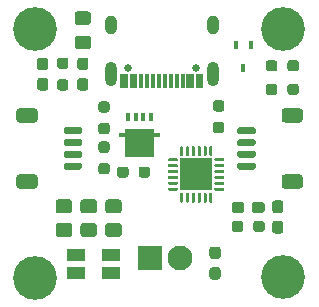
<source format=gbr>
%TF.GenerationSoftware,KiCad,Pcbnew,(5.1.7-0-10_14)*%
%TF.CreationDate,2020-10-21T07:28:03+08:00*%
%TF.ProjectId,STUSB4500_Breakout,53545553-4234-4353-9030-5f427265616b,rev?*%
%TF.SameCoordinates,Original*%
%TF.FileFunction,Soldermask,Top*%
%TF.FilePolarity,Negative*%
%FSLAX46Y46*%
G04 Gerber Fmt 4.6, Leading zero omitted, Abs format (unit mm)*
G04 Created by KiCad (PCBNEW (5.1.7-0-10_14)) date 2020-10-21 07:28:03*
%MOMM*%
%LPD*%
G01*
G04 APERTURE LIST*
%ADD10R,2.700000X2.700000*%
%ADD11O,1.000000X2.100000*%
%ADD12O,1.000000X1.600000*%
%ADD13C,0.650000*%
%ADD14R,0.300000X1.150000*%
%ADD15C,3.700000*%
%ADD16R,0.450000X0.700000*%
%ADD17R,1.500000X1.100000*%
%ADD18R,2.100000X2.100000*%
%ADD19C,2.100000*%
%ADD20C,0.100000*%
%ADD21R,0.400000X0.750000*%
G04 APERTURE END LIST*
%TO.C,R2*%
G36*
G01*
X113062500Y-42925000D02*
X113537500Y-42925000D01*
G75*
G02*
X113775000Y-43162500I0J-237500D01*
G01*
X113775000Y-43662500D01*
G75*
G02*
X113537500Y-43900000I-237500J0D01*
G01*
X113062500Y-43900000D01*
G75*
G02*
X112825000Y-43662500I0J237500D01*
G01*
X112825000Y-43162500D01*
G75*
G02*
X113062500Y-42925000I237500J0D01*
G01*
G37*
G36*
G01*
X113062500Y-41100000D02*
X113537500Y-41100000D01*
G75*
G02*
X113775000Y-41337500I0J-237500D01*
G01*
X113775000Y-41837500D01*
G75*
G02*
X113537500Y-42075000I-237500J0D01*
G01*
X113062500Y-42075000D01*
G75*
G02*
X112825000Y-41837500I0J237500D01*
G01*
X112825000Y-41337500D01*
G75*
G02*
X113062500Y-41100000I237500J0D01*
G01*
G37*
%TD*%
%TO.C,C1*%
G36*
G01*
X111837500Y-43900000D02*
X111362500Y-43900000D01*
G75*
G02*
X111125000Y-43662500I0J237500D01*
G01*
X111125000Y-43062500D01*
G75*
G02*
X111362500Y-42825000I237500J0D01*
G01*
X111837500Y-42825000D01*
G75*
G02*
X112075000Y-43062500I0J-237500D01*
G01*
X112075000Y-43662500D01*
G75*
G02*
X111837500Y-43900000I-237500J0D01*
G01*
G37*
G36*
G01*
X111837500Y-42175000D02*
X111362500Y-42175000D01*
G75*
G02*
X111125000Y-41937500I0J237500D01*
G01*
X111125000Y-41337500D01*
G75*
G02*
X111362500Y-41100000I237500J0D01*
G01*
X111837500Y-41100000D01*
G75*
G02*
X112075000Y-41337500I0J-237500D01*
G01*
X112075000Y-41937500D01*
G75*
G02*
X111837500Y-42175000I-237500J0D01*
G01*
G37*
%TD*%
%TO.C,R6*%
G36*
G01*
X131475000Y-41562500D02*
X131475000Y-42037500D01*
G75*
G02*
X131237500Y-42275000I-237500J0D01*
G01*
X130737500Y-42275000D01*
G75*
G02*
X130500000Y-42037500I0J237500D01*
G01*
X130500000Y-41562500D01*
G75*
G02*
X130737500Y-41325000I237500J0D01*
G01*
X131237500Y-41325000D01*
G75*
G02*
X131475000Y-41562500I0J-237500D01*
G01*
G37*
G36*
G01*
X133300000Y-41562500D02*
X133300000Y-42037500D01*
G75*
G02*
X133062500Y-42275000I-237500J0D01*
G01*
X132562500Y-42275000D01*
G75*
G02*
X132325000Y-42037500I0J237500D01*
G01*
X132325000Y-41562500D01*
G75*
G02*
X132562500Y-41325000I237500J0D01*
G01*
X133062500Y-41325000D01*
G75*
G02*
X133300000Y-41562500I0J-237500D01*
G01*
G37*
%TD*%
%TO.C,U1*%
G36*
G01*
X125787500Y-48625000D02*
X125912500Y-48625000D01*
G75*
G02*
X125975000Y-48687500I0J-62500D01*
G01*
X125975000Y-49387500D01*
G75*
G02*
X125912500Y-49450000I-62500J0D01*
G01*
X125787500Y-49450000D01*
G75*
G02*
X125725000Y-49387500I0J62500D01*
G01*
X125725000Y-48687500D01*
G75*
G02*
X125787500Y-48625000I62500J0D01*
G01*
G37*
G36*
G01*
X125287500Y-48625000D02*
X125412500Y-48625000D01*
G75*
G02*
X125475000Y-48687500I0J-62500D01*
G01*
X125475000Y-49387500D01*
G75*
G02*
X125412500Y-49450000I-62500J0D01*
G01*
X125287500Y-49450000D01*
G75*
G02*
X125225000Y-49387500I0J62500D01*
G01*
X125225000Y-48687500D01*
G75*
G02*
X125287500Y-48625000I62500J0D01*
G01*
G37*
G36*
G01*
X124787500Y-48625000D02*
X124912500Y-48625000D01*
G75*
G02*
X124975000Y-48687500I0J-62500D01*
G01*
X124975000Y-49387500D01*
G75*
G02*
X124912500Y-49450000I-62500J0D01*
G01*
X124787500Y-49450000D01*
G75*
G02*
X124725000Y-49387500I0J62500D01*
G01*
X124725000Y-48687500D01*
G75*
G02*
X124787500Y-48625000I62500J0D01*
G01*
G37*
G36*
G01*
X124287500Y-48625000D02*
X124412500Y-48625000D01*
G75*
G02*
X124475000Y-48687500I0J-62500D01*
G01*
X124475000Y-49387500D01*
G75*
G02*
X124412500Y-49450000I-62500J0D01*
G01*
X124287500Y-49450000D01*
G75*
G02*
X124225000Y-49387500I0J62500D01*
G01*
X124225000Y-48687500D01*
G75*
G02*
X124287500Y-48625000I62500J0D01*
G01*
G37*
G36*
G01*
X123787500Y-48625000D02*
X123912500Y-48625000D01*
G75*
G02*
X123975000Y-48687500I0J-62500D01*
G01*
X123975000Y-49387500D01*
G75*
G02*
X123912500Y-49450000I-62500J0D01*
G01*
X123787500Y-49450000D01*
G75*
G02*
X123725000Y-49387500I0J62500D01*
G01*
X123725000Y-48687500D01*
G75*
G02*
X123787500Y-48625000I62500J0D01*
G01*
G37*
G36*
G01*
X123287500Y-48625000D02*
X123412500Y-48625000D01*
G75*
G02*
X123475000Y-48687500I0J-62500D01*
G01*
X123475000Y-49387500D01*
G75*
G02*
X123412500Y-49450000I-62500J0D01*
G01*
X123287500Y-49450000D01*
G75*
G02*
X123225000Y-49387500I0J62500D01*
G01*
X123225000Y-48687500D01*
G75*
G02*
X123287500Y-48625000I62500J0D01*
G01*
G37*
G36*
G01*
X122287500Y-49625000D02*
X122987500Y-49625000D01*
G75*
G02*
X123050000Y-49687500I0J-62500D01*
G01*
X123050000Y-49812500D01*
G75*
G02*
X122987500Y-49875000I-62500J0D01*
G01*
X122287500Y-49875000D01*
G75*
G02*
X122225000Y-49812500I0J62500D01*
G01*
X122225000Y-49687500D01*
G75*
G02*
X122287500Y-49625000I62500J0D01*
G01*
G37*
G36*
G01*
X122287500Y-50125000D02*
X122987500Y-50125000D01*
G75*
G02*
X123050000Y-50187500I0J-62500D01*
G01*
X123050000Y-50312500D01*
G75*
G02*
X122987500Y-50375000I-62500J0D01*
G01*
X122287500Y-50375000D01*
G75*
G02*
X122225000Y-50312500I0J62500D01*
G01*
X122225000Y-50187500D01*
G75*
G02*
X122287500Y-50125000I62500J0D01*
G01*
G37*
G36*
G01*
X122287500Y-50625000D02*
X122987500Y-50625000D01*
G75*
G02*
X123050000Y-50687500I0J-62500D01*
G01*
X123050000Y-50812500D01*
G75*
G02*
X122987500Y-50875000I-62500J0D01*
G01*
X122287500Y-50875000D01*
G75*
G02*
X122225000Y-50812500I0J62500D01*
G01*
X122225000Y-50687500D01*
G75*
G02*
X122287500Y-50625000I62500J0D01*
G01*
G37*
G36*
G01*
X122287500Y-51125000D02*
X122987500Y-51125000D01*
G75*
G02*
X123050000Y-51187500I0J-62500D01*
G01*
X123050000Y-51312500D01*
G75*
G02*
X122987500Y-51375000I-62500J0D01*
G01*
X122287500Y-51375000D01*
G75*
G02*
X122225000Y-51312500I0J62500D01*
G01*
X122225000Y-51187500D01*
G75*
G02*
X122287500Y-51125000I62500J0D01*
G01*
G37*
G36*
G01*
X122287500Y-51625000D02*
X122987500Y-51625000D01*
G75*
G02*
X123050000Y-51687500I0J-62500D01*
G01*
X123050000Y-51812500D01*
G75*
G02*
X122987500Y-51875000I-62500J0D01*
G01*
X122287500Y-51875000D01*
G75*
G02*
X122225000Y-51812500I0J62500D01*
G01*
X122225000Y-51687500D01*
G75*
G02*
X122287500Y-51625000I62500J0D01*
G01*
G37*
G36*
G01*
X122287500Y-52125000D02*
X122987500Y-52125000D01*
G75*
G02*
X123050000Y-52187500I0J-62500D01*
G01*
X123050000Y-52312500D01*
G75*
G02*
X122987500Y-52375000I-62500J0D01*
G01*
X122287500Y-52375000D01*
G75*
G02*
X122225000Y-52312500I0J62500D01*
G01*
X122225000Y-52187500D01*
G75*
G02*
X122287500Y-52125000I62500J0D01*
G01*
G37*
G36*
G01*
X123287500Y-52550000D02*
X123412500Y-52550000D01*
G75*
G02*
X123475000Y-52612500I0J-62500D01*
G01*
X123475000Y-53312500D01*
G75*
G02*
X123412500Y-53375000I-62500J0D01*
G01*
X123287500Y-53375000D01*
G75*
G02*
X123225000Y-53312500I0J62500D01*
G01*
X123225000Y-52612500D01*
G75*
G02*
X123287500Y-52550000I62500J0D01*
G01*
G37*
G36*
G01*
X123787500Y-52550000D02*
X123912500Y-52550000D01*
G75*
G02*
X123975000Y-52612500I0J-62500D01*
G01*
X123975000Y-53312500D01*
G75*
G02*
X123912500Y-53375000I-62500J0D01*
G01*
X123787500Y-53375000D01*
G75*
G02*
X123725000Y-53312500I0J62500D01*
G01*
X123725000Y-52612500D01*
G75*
G02*
X123787500Y-52550000I62500J0D01*
G01*
G37*
G36*
G01*
X124287500Y-52550000D02*
X124412500Y-52550000D01*
G75*
G02*
X124475000Y-52612500I0J-62500D01*
G01*
X124475000Y-53312500D01*
G75*
G02*
X124412500Y-53375000I-62500J0D01*
G01*
X124287500Y-53375000D01*
G75*
G02*
X124225000Y-53312500I0J62500D01*
G01*
X124225000Y-52612500D01*
G75*
G02*
X124287500Y-52550000I62500J0D01*
G01*
G37*
G36*
G01*
X124787500Y-52550000D02*
X124912500Y-52550000D01*
G75*
G02*
X124975000Y-52612500I0J-62500D01*
G01*
X124975000Y-53312500D01*
G75*
G02*
X124912500Y-53375000I-62500J0D01*
G01*
X124787500Y-53375000D01*
G75*
G02*
X124725000Y-53312500I0J62500D01*
G01*
X124725000Y-52612500D01*
G75*
G02*
X124787500Y-52550000I62500J0D01*
G01*
G37*
G36*
G01*
X125287500Y-52550000D02*
X125412500Y-52550000D01*
G75*
G02*
X125475000Y-52612500I0J-62500D01*
G01*
X125475000Y-53312500D01*
G75*
G02*
X125412500Y-53375000I-62500J0D01*
G01*
X125287500Y-53375000D01*
G75*
G02*
X125225000Y-53312500I0J62500D01*
G01*
X125225000Y-52612500D01*
G75*
G02*
X125287500Y-52550000I62500J0D01*
G01*
G37*
G36*
G01*
X125787500Y-52550000D02*
X125912500Y-52550000D01*
G75*
G02*
X125975000Y-52612500I0J-62500D01*
G01*
X125975000Y-53312500D01*
G75*
G02*
X125912500Y-53375000I-62500J0D01*
G01*
X125787500Y-53375000D01*
G75*
G02*
X125725000Y-53312500I0J62500D01*
G01*
X125725000Y-52612500D01*
G75*
G02*
X125787500Y-52550000I62500J0D01*
G01*
G37*
G36*
G01*
X126212500Y-52125000D02*
X126912500Y-52125000D01*
G75*
G02*
X126975000Y-52187500I0J-62500D01*
G01*
X126975000Y-52312500D01*
G75*
G02*
X126912500Y-52375000I-62500J0D01*
G01*
X126212500Y-52375000D01*
G75*
G02*
X126150000Y-52312500I0J62500D01*
G01*
X126150000Y-52187500D01*
G75*
G02*
X126212500Y-52125000I62500J0D01*
G01*
G37*
G36*
G01*
X126212500Y-51625000D02*
X126912500Y-51625000D01*
G75*
G02*
X126975000Y-51687500I0J-62500D01*
G01*
X126975000Y-51812500D01*
G75*
G02*
X126912500Y-51875000I-62500J0D01*
G01*
X126212500Y-51875000D01*
G75*
G02*
X126150000Y-51812500I0J62500D01*
G01*
X126150000Y-51687500D01*
G75*
G02*
X126212500Y-51625000I62500J0D01*
G01*
G37*
G36*
G01*
X126212500Y-51125000D02*
X126912500Y-51125000D01*
G75*
G02*
X126975000Y-51187500I0J-62500D01*
G01*
X126975000Y-51312500D01*
G75*
G02*
X126912500Y-51375000I-62500J0D01*
G01*
X126212500Y-51375000D01*
G75*
G02*
X126150000Y-51312500I0J62500D01*
G01*
X126150000Y-51187500D01*
G75*
G02*
X126212500Y-51125000I62500J0D01*
G01*
G37*
G36*
G01*
X126212500Y-50625000D02*
X126912500Y-50625000D01*
G75*
G02*
X126975000Y-50687500I0J-62500D01*
G01*
X126975000Y-50812500D01*
G75*
G02*
X126912500Y-50875000I-62500J0D01*
G01*
X126212500Y-50875000D01*
G75*
G02*
X126150000Y-50812500I0J62500D01*
G01*
X126150000Y-50687500D01*
G75*
G02*
X126212500Y-50625000I62500J0D01*
G01*
G37*
G36*
G01*
X126212500Y-50125000D02*
X126912500Y-50125000D01*
G75*
G02*
X126975000Y-50187500I0J-62500D01*
G01*
X126975000Y-50312500D01*
G75*
G02*
X126912500Y-50375000I-62500J0D01*
G01*
X126212500Y-50375000D01*
G75*
G02*
X126150000Y-50312500I0J62500D01*
G01*
X126150000Y-50187500D01*
G75*
G02*
X126212500Y-50125000I62500J0D01*
G01*
G37*
G36*
G01*
X126212500Y-49625000D02*
X126912500Y-49625000D01*
G75*
G02*
X126975000Y-49687500I0J-62500D01*
G01*
X126975000Y-49812500D01*
G75*
G02*
X126912500Y-49875000I-62500J0D01*
G01*
X126212500Y-49875000D01*
G75*
G02*
X126150000Y-49812500I0J62500D01*
G01*
X126150000Y-49687500D01*
G75*
G02*
X126212500Y-49625000I62500J0D01*
G01*
G37*
D10*
X124600000Y-51000000D03*
%TD*%
D11*
%TO.C,J1*%
X126020000Y-42505000D03*
X117380000Y-42505000D03*
D12*
X126020000Y-38325000D03*
X117380000Y-38325000D03*
D13*
X118810000Y-42005000D03*
X124590000Y-42005000D03*
D14*
X118650000Y-43070000D03*
X119450000Y-43070000D03*
X119950000Y-43070000D03*
X120450000Y-43070000D03*
X120950000Y-43070000D03*
X121450000Y-43070000D03*
X121950000Y-43070000D03*
X122450000Y-43070000D03*
X122950000Y-43070000D03*
X123450000Y-43070000D03*
X124250000Y-43070000D03*
X125050000Y-43070000D03*
X124750000Y-43070000D03*
X123950000Y-43070000D03*
X119150000Y-43070000D03*
X118350000Y-43070000D03*
%TD*%
D15*
%TO.C,H4*%
X131960000Y-59700000D03*
%TD*%
%TO.C,H3*%
X110960000Y-59750000D03*
%TD*%
%TO.C,H2*%
X131960000Y-38700000D03*
%TD*%
%TO.C,H1*%
X110950000Y-38650000D03*
%TD*%
D16*
%TO.C,D1*%
X128600000Y-42000000D03*
X127950000Y-40000000D03*
X129250000Y-40000000D03*
%TD*%
%TO.C,C2*%
G36*
G01*
X127600000Y-54037500D02*
X127600000Y-53562500D01*
G75*
G02*
X127837500Y-53325000I237500J0D01*
G01*
X128437500Y-53325000D01*
G75*
G02*
X128675000Y-53562500I0J-237500D01*
G01*
X128675000Y-54037500D01*
G75*
G02*
X128437500Y-54275000I-237500J0D01*
G01*
X127837500Y-54275000D01*
G75*
G02*
X127600000Y-54037500I0J237500D01*
G01*
G37*
G36*
G01*
X129325000Y-54037500D02*
X129325000Y-53562500D01*
G75*
G02*
X129562500Y-53325000I237500J0D01*
G01*
X130162500Y-53325000D01*
G75*
G02*
X130400000Y-53562500I0J-237500D01*
G01*
X130400000Y-54037500D01*
G75*
G02*
X130162500Y-54275000I-237500J0D01*
G01*
X129562500Y-54275000D01*
G75*
G02*
X129325000Y-54037500I0J237500D01*
G01*
G37*
%TD*%
%TO.C,C3*%
G36*
G01*
X131737500Y-54275000D02*
X131262500Y-54275000D01*
G75*
G02*
X131025000Y-54037500I0J237500D01*
G01*
X131025000Y-53437500D01*
G75*
G02*
X131262500Y-53200000I237500J0D01*
G01*
X131737500Y-53200000D01*
G75*
G02*
X131975000Y-53437500I0J-237500D01*
G01*
X131975000Y-54037500D01*
G75*
G02*
X131737500Y-54275000I-237500J0D01*
G01*
G37*
G36*
G01*
X131737500Y-56000000D02*
X131262500Y-56000000D01*
G75*
G02*
X131025000Y-55762500I0J237500D01*
G01*
X131025000Y-55162500D01*
G75*
G02*
X131262500Y-54925000I237500J0D01*
G01*
X131737500Y-54925000D01*
G75*
G02*
X131975000Y-55162500I0J-237500D01*
G01*
X131975000Y-55762500D01*
G75*
G02*
X131737500Y-56000000I-237500J0D01*
G01*
G37*
%TD*%
%TO.C,C4*%
G36*
G01*
X115450001Y-40400000D02*
X114549999Y-40400000D01*
G75*
G02*
X114300000Y-40150001I0J249999D01*
G01*
X114300000Y-39499999D01*
G75*
G02*
X114549999Y-39250000I249999J0D01*
G01*
X115450001Y-39250000D01*
G75*
G02*
X115700000Y-39499999I0J-249999D01*
G01*
X115700000Y-40150001D01*
G75*
G02*
X115450001Y-40400000I-249999J0D01*
G01*
G37*
G36*
G01*
X115450001Y-38350000D02*
X114549999Y-38350000D01*
G75*
G02*
X114300000Y-38100001I0J249999D01*
G01*
X114300000Y-37449999D01*
G75*
G02*
X114549999Y-37200000I249999J0D01*
G01*
X115450001Y-37200000D01*
G75*
G02*
X115700000Y-37449999I0J-249999D01*
G01*
X115700000Y-38100001D01*
G75*
G02*
X115450001Y-38350000I-249999J0D01*
G01*
G37*
%TD*%
%TO.C,D3*%
G36*
G01*
X114762500Y-42850000D02*
X115237500Y-42850000D01*
G75*
G02*
X115475000Y-43087500I0J-237500D01*
G01*
X115475000Y-43662500D01*
G75*
G02*
X115237500Y-43900000I-237500J0D01*
G01*
X114762500Y-43900000D01*
G75*
G02*
X114525000Y-43662500I0J237500D01*
G01*
X114525000Y-43087500D01*
G75*
G02*
X114762500Y-42850000I237500J0D01*
G01*
G37*
G36*
G01*
X114762500Y-41100000D02*
X115237500Y-41100000D01*
G75*
G02*
X115475000Y-41337500I0J-237500D01*
G01*
X115475000Y-41912500D01*
G75*
G02*
X115237500Y-42150000I-237500J0D01*
G01*
X114762500Y-42150000D01*
G75*
G02*
X114525000Y-41912500I0J237500D01*
G01*
X114525000Y-41337500D01*
G75*
G02*
X114762500Y-41100000I237500J0D01*
G01*
G37*
%TD*%
%TO.C,D4*%
G36*
G01*
X126437500Y-59900000D02*
X125962500Y-59900000D01*
G75*
G02*
X125725000Y-59662500I0J237500D01*
G01*
X125725000Y-59087500D01*
G75*
G02*
X125962500Y-58850000I237500J0D01*
G01*
X126437500Y-58850000D01*
G75*
G02*
X126675000Y-59087500I0J-237500D01*
G01*
X126675000Y-59662500D01*
G75*
G02*
X126437500Y-59900000I-237500J0D01*
G01*
G37*
G36*
G01*
X126437500Y-58150000D02*
X125962500Y-58150000D01*
G75*
G02*
X125725000Y-57912500I0J237500D01*
G01*
X125725000Y-57337500D01*
G75*
G02*
X125962500Y-57100000I237500J0D01*
G01*
X126437500Y-57100000D01*
G75*
G02*
X126675000Y-57337500I0J-237500D01*
G01*
X126675000Y-57912500D01*
G75*
G02*
X126437500Y-58150000I-237500J0D01*
G01*
G37*
%TD*%
D17*
%TO.C,D5*%
X117400000Y-59350000D03*
X114400000Y-59350000D03*
X114400000Y-57850000D03*
X117400000Y-57850000D03*
%TD*%
%TO.C,J2*%
G36*
G01*
X113535000Y-47000000D02*
X114785000Y-47000000D01*
G75*
G02*
X114935000Y-47150000I0J-150000D01*
G01*
X114935000Y-47450000D01*
G75*
G02*
X114785000Y-47600000I-150000J0D01*
G01*
X113535000Y-47600000D01*
G75*
G02*
X113385000Y-47450000I0J150000D01*
G01*
X113385000Y-47150000D01*
G75*
G02*
X113535000Y-47000000I150000J0D01*
G01*
G37*
G36*
G01*
X113535000Y-48000000D02*
X114785000Y-48000000D01*
G75*
G02*
X114935000Y-48150000I0J-150000D01*
G01*
X114935000Y-48450000D01*
G75*
G02*
X114785000Y-48600000I-150000J0D01*
G01*
X113535000Y-48600000D01*
G75*
G02*
X113385000Y-48450000I0J150000D01*
G01*
X113385000Y-48150000D01*
G75*
G02*
X113535000Y-48000000I150000J0D01*
G01*
G37*
G36*
G01*
X113535000Y-49000000D02*
X114785000Y-49000000D01*
G75*
G02*
X114935000Y-49150000I0J-150000D01*
G01*
X114935000Y-49450000D01*
G75*
G02*
X114785000Y-49600000I-150000J0D01*
G01*
X113535000Y-49600000D01*
G75*
G02*
X113385000Y-49450000I0J150000D01*
G01*
X113385000Y-49150000D01*
G75*
G02*
X113535000Y-49000000I150000J0D01*
G01*
G37*
G36*
G01*
X113535000Y-50000000D02*
X114785000Y-50000000D01*
G75*
G02*
X114935000Y-50150000I0J-150000D01*
G01*
X114935000Y-50450000D01*
G75*
G02*
X114785000Y-50600000I-150000J0D01*
G01*
X113535000Y-50600000D01*
G75*
G02*
X113385000Y-50450000I0J150000D01*
G01*
X113385000Y-50150000D01*
G75*
G02*
X113535000Y-50000000I150000J0D01*
G01*
G37*
G36*
G01*
X109634999Y-45400000D02*
X110935001Y-45400000D01*
G75*
G02*
X111185000Y-45649999I0J-249999D01*
G01*
X111185000Y-46350001D01*
G75*
G02*
X110935001Y-46600000I-249999J0D01*
G01*
X109634999Y-46600000D01*
G75*
G02*
X109385000Y-46350001I0J249999D01*
G01*
X109385000Y-45649999D01*
G75*
G02*
X109634999Y-45400000I249999J0D01*
G01*
G37*
G36*
G01*
X109634999Y-51000000D02*
X110935001Y-51000000D01*
G75*
G02*
X111185000Y-51249999I0J-249999D01*
G01*
X111185000Y-51950001D01*
G75*
G02*
X110935001Y-52200000I-249999J0D01*
G01*
X109634999Y-52200000D01*
G75*
G02*
X109385000Y-51950001I0J249999D01*
G01*
X109385000Y-51249999D01*
G75*
G02*
X109634999Y-51000000I249999J0D01*
G01*
G37*
%TD*%
%TO.C,J3*%
G36*
G01*
X133385001Y-46600000D02*
X132084999Y-46600000D01*
G75*
G02*
X131835000Y-46350001I0J249999D01*
G01*
X131835000Y-45649999D01*
G75*
G02*
X132084999Y-45400000I249999J0D01*
G01*
X133385001Y-45400000D01*
G75*
G02*
X133635000Y-45649999I0J-249999D01*
G01*
X133635000Y-46350001D01*
G75*
G02*
X133385001Y-46600000I-249999J0D01*
G01*
G37*
G36*
G01*
X133385001Y-52200000D02*
X132084999Y-52200000D01*
G75*
G02*
X131835000Y-51950001I0J249999D01*
G01*
X131835000Y-51249999D01*
G75*
G02*
X132084999Y-51000000I249999J0D01*
G01*
X133385001Y-51000000D01*
G75*
G02*
X133635000Y-51249999I0J-249999D01*
G01*
X133635000Y-51950001D01*
G75*
G02*
X133385001Y-52200000I-249999J0D01*
G01*
G37*
G36*
G01*
X129485000Y-47600000D02*
X128235000Y-47600000D01*
G75*
G02*
X128085000Y-47450000I0J150000D01*
G01*
X128085000Y-47150000D01*
G75*
G02*
X128235000Y-47000000I150000J0D01*
G01*
X129485000Y-47000000D01*
G75*
G02*
X129635000Y-47150000I0J-150000D01*
G01*
X129635000Y-47450000D01*
G75*
G02*
X129485000Y-47600000I-150000J0D01*
G01*
G37*
G36*
G01*
X129485000Y-48600000D02*
X128235000Y-48600000D01*
G75*
G02*
X128085000Y-48450000I0J150000D01*
G01*
X128085000Y-48150000D01*
G75*
G02*
X128235000Y-48000000I150000J0D01*
G01*
X129485000Y-48000000D01*
G75*
G02*
X129635000Y-48150000I0J-150000D01*
G01*
X129635000Y-48450000D01*
G75*
G02*
X129485000Y-48600000I-150000J0D01*
G01*
G37*
G36*
G01*
X129485000Y-49600000D02*
X128235000Y-49600000D01*
G75*
G02*
X128085000Y-49450000I0J150000D01*
G01*
X128085000Y-49150000D01*
G75*
G02*
X128235000Y-49000000I150000J0D01*
G01*
X129485000Y-49000000D01*
G75*
G02*
X129635000Y-49150000I0J-150000D01*
G01*
X129635000Y-49450000D01*
G75*
G02*
X129485000Y-49600000I-150000J0D01*
G01*
G37*
G36*
G01*
X129485000Y-50600000D02*
X128235000Y-50600000D01*
G75*
G02*
X128085000Y-50450000I0J150000D01*
G01*
X128085000Y-50150000D01*
G75*
G02*
X128235000Y-50000000I150000J0D01*
G01*
X129485000Y-50000000D01*
G75*
G02*
X129635000Y-50150000I0J-150000D01*
G01*
X129635000Y-50450000D01*
G75*
G02*
X129485000Y-50600000I-150000J0D01*
G01*
G37*
%TD*%
D18*
%TO.C,J4*%
X120660000Y-58100000D03*
D19*
X123200000Y-58100000D03*
%TD*%
D20*
%TO.C,Q1*%
G36*
X118575000Y-47850000D02*
G01*
X118045000Y-47850000D01*
X118045000Y-47450000D01*
X118575000Y-47450000D01*
X118575000Y-47150000D01*
X121025000Y-47150000D01*
X121025000Y-47450000D01*
X121555000Y-47450000D01*
X121555000Y-47850000D01*
X121025000Y-47850000D01*
X121025000Y-49550000D01*
X118575000Y-49550000D01*
X118575000Y-47850000D01*
G37*
D21*
X118825000Y-46125000D03*
X119475000Y-46125000D03*
X120125000Y-46125000D03*
X120775000Y-46125000D03*
%TD*%
%TO.C,R1*%
G36*
G01*
X116562500Y-46625000D02*
X117037500Y-46625000D01*
G75*
G02*
X117275000Y-46862500I0J-237500D01*
G01*
X117275000Y-47362500D01*
G75*
G02*
X117037500Y-47600000I-237500J0D01*
G01*
X116562500Y-47600000D01*
G75*
G02*
X116325000Y-47362500I0J237500D01*
G01*
X116325000Y-46862500D01*
G75*
G02*
X116562500Y-46625000I237500J0D01*
G01*
G37*
G36*
G01*
X116562500Y-44800000D02*
X117037500Y-44800000D01*
G75*
G02*
X117275000Y-45037500I0J-237500D01*
G01*
X117275000Y-45537500D01*
G75*
G02*
X117037500Y-45775000I-237500J0D01*
G01*
X116562500Y-45775000D01*
G75*
G02*
X116325000Y-45537500I0J237500D01*
G01*
X116325000Y-45037500D01*
G75*
G02*
X116562500Y-44800000I237500J0D01*
G01*
G37*
%TD*%
%TO.C,R3*%
G36*
G01*
X116562500Y-48200000D02*
X117037500Y-48200000D01*
G75*
G02*
X117275000Y-48437500I0J-237500D01*
G01*
X117275000Y-48937500D01*
G75*
G02*
X117037500Y-49175000I-237500J0D01*
G01*
X116562500Y-49175000D01*
G75*
G02*
X116325000Y-48937500I0J237500D01*
G01*
X116325000Y-48437500D01*
G75*
G02*
X116562500Y-48200000I237500J0D01*
G01*
G37*
G36*
G01*
X116562500Y-50025000D02*
X117037500Y-50025000D01*
G75*
G02*
X117275000Y-50262500I0J-237500D01*
G01*
X117275000Y-50762500D01*
G75*
G02*
X117037500Y-51000000I-237500J0D01*
G01*
X116562500Y-51000000D01*
G75*
G02*
X116325000Y-50762500I0J237500D01*
G01*
X116325000Y-50262500D01*
G75*
G02*
X116562500Y-50025000I237500J0D01*
G01*
G37*
%TD*%
%TO.C,R4*%
G36*
G01*
X117900000Y-51037500D02*
X117900000Y-50562500D01*
G75*
G02*
X118137500Y-50325000I237500J0D01*
G01*
X118637500Y-50325000D01*
G75*
G02*
X118875000Y-50562500I0J-237500D01*
G01*
X118875000Y-51037500D01*
G75*
G02*
X118637500Y-51275000I-237500J0D01*
G01*
X118137500Y-51275000D01*
G75*
G02*
X117900000Y-51037500I0J237500D01*
G01*
G37*
G36*
G01*
X119725000Y-51037500D02*
X119725000Y-50562500D01*
G75*
G02*
X119962500Y-50325000I237500J0D01*
G01*
X120462500Y-50325000D01*
G75*
G02*
X120700000Y-50562500I0J-237500D01*
G01*
X120700000Y-51037500D01*
G75*
G02*
X120462500Y-51275000I-237500J0D01*
G01*
X119962500Y-51275000D01*
G75*
G02*
X119725000Y-51037500I0J237500D01*
G01*
G37*
%TD*%
%TO.C,R5*%
G36*
G01*
X133300000Y-43562500D02*
X133300000Y-44037500D01*
G75*
G02*
X133062500Y-44275000I-237500J0D01*
G01*
X132562500Y-44275000D01*
G75*
G02*
X132325000Y-44037500I0J237500D01*
G01*
X132325000Y-43562500D01*
G75*
G02*
X132562500Y-43325000I237500J0D01*
G01*
X133062500Y-43325000D01*
G75*
G02*
X133300000Y-43562500I0J-237500D01*
G01*
G37*
G36*
G01*
X131475000Y-43562500D02*
X131475000Y-44037500D01*
G75*
G02*
X131237500Y-44275000I-237500J0D01*
G01*
X130737500Y-44275000D01*
G75*
G02*
X130500000Y-44037500I0J237500D01*
G01*
X130500000Y-43562500D01*
G75*
G02*
X130737500Y-43325000I237500J0D01*
G01*
X131237500Y-43325000D01*
G75*
G02*
X131475000Y-43562500I0J-237500D01*
G01*
G37*
%TD*%
%TO.C,R7*%
G36*
G01*
X128575000Y-55162500D02*
X128575000Y-55637500D01*
G75*
G02*
X128337500Y-55875000I-237500J0D01*
G01*
X127837500Y-55875000D01*
G75*
G02*
X127600000Y-55637500I0J237500D01*
G01*
X127600000Y-55162500D01*
G75*
G02*
X127837500Y-54925000I237500J0D01*
G01*
X128337500Y-54925000D01*
G75*
G02*
X128575000Y-55162500I0J-237500D01*
G01*
G37*
G36*
G01*
X130400000Y-55162500D02*
X130400000Y-55637500D01*
G75*
G02*
X130162500Y-55875000I-237500J0D01*
G01*
X129662500Y-55875000D01*
G75*
G02*
X129425000Y-55637500I0J237500D01*
G01*
X129425000Y-55162500D01*
G75*
G02*
X129662500Y-54925000I237500J0D01*
G01*
X130162500Y-54925000D01*
G75*
G02*
X130400000Y-55162500I0J-237500D01*
G01*
G37*
%TD*%
%TO.C,R8*%
G36*
G01*
X126262500Y-44700000D02*
X126737500Y-44700000D01*
G75*
G02*
X126975000Y-44937500I0J-237500D01*
G01*
X126975000Y-45437500D01*
G75*
G02*
X126737500Y-45675000I-237500J0D01*
G01*
X126262500Y-45675000D01*
G75*
G02*
X126025000Y-45437500I0J237500D01*
G01*
X126025000Y-44937500D01*
G75*
G02*
X126262500Y-44700000I237500J0D01*
G01*
G37*
G36*
G01*
X126262500Y-46525000D02*
X126737500Y-46525000D01*
G75*
G02*
X126975000Y-46762500I0J-237500D01*
G01*
X126975000Y-47262500D01*
G75*
G02*
X126737500Y-47500000I-237500J0D01*
G01*
X126262500Y-47500000D01*
G75*
G02*
X126025000Y-47262500I0J237500D01*
G01*
X126025000Y-46762500D01*
G75*
G02*
X126262500Y-46525000I237500J0D01*
G01*
G37*
%TD*%
%TO.C,R9*%
G36*
G01*
X118050001Y-56300000D02*
X117149999Y-56300000D01*
G75*
G02*
X116900000Y-56050001I0J249999D01*
G01*
X116900000Y-55349999D01*
G75*
G02*
X117149999Y-55100000I249999J0D01*
G01*
X118050001Y-55100000D01*
G75*
G02*
X118300000Y-55349999I0J-249999D01*
G01*
X118300000Y-56050001D01*
G75*
G02*
X118050001Y-56300000I-249999J0D01*
G01*
G37*
G36*
G01*
X118050001Y-54300000D02*
X117149999Y-54300000D01*
G75*
G02*
X116900000Y-54050001I0J249999D01*
G01*
X116900000Y-53349999D01*
G75*
G02*
X117149999Y-53100000I249999J0D01*
G01*
X118050001Y-53100000D01*
G75*
G02*
X118300000Y-53349999I0J-249999D01*
G01*
X118300000Y-54050001D01*
G75*
G02*
X118050001Y-54300000I-249999J0D01*
G01*
G37*
%TD*%
%TO.C,R10*%
G36*
G01*
X115950001Y-54300000D02*
X115049999Y-54300000D01*
G75*
G02*
X114800000Y-54050001I0J249999D01*
G01*
X114800000Y-53349999D01*
G75*
G02*
X115049999Y-53100000I249999J0D01*
G01*
X115950001Y-53100000D01*
G75*
G02*
X116200000Y-53349999I0J-249999D01*
G01*
X116200000Y-54050001D01*
G75*
G02*
X115950001Y-54300000I-249999J0D01*
G01*
G37*
G36*
G01*
X115950001Y-56300000D02*
X115049999Y-56300000D01*
G75*
G02*
X114800000Y-56050001I0J249999D01*
G01*
X114800000Y-55349999D01*
G75*
G02*
X115049999Y-55100000I249999J0D01*
G01*
X115950001Y-55100000D01*
G75*
G02*
X116200000Y-55349999I0J-249999D01*
G01*
X116200000Y-56050001D01*
G75*
G02*
X115950001Y-56300000I-249999J0D01*
G01*
G37*
%TD*%
%TO.C,R11*%
G36*
G01*
X113850001Y-56300000D02*
X112949999Y-56300000D01*
G75*
G02*
X112700000Y-56050001I0J249999D01*
G01*
X112700000Y-55349999D01*
G75*
G02*
X112949999Y-55100000I249999J0D01*
G01*
X113850001Y-55100000D01*
G75*
G02*
X114100000Y-55349999I0J-249999D01*
G01*
X114100000Y-56050001D01*
G75*
G02*
X113850001Y-56300000I-249999J0D01*
G01*
G37*
G36*
G01*
X113850001Y-54300000D02*
X112949999Y-54300000D01*
G75*
G02*
X112700000Y-54050001I0J249999D01*
G01*
X112700000Y-53349999D01*
G75*
G02*
X112949999Y-53100000I249999J0D01*
G01*
X113850001Y-53100000D01*
G75*
G02*
X114100000Y-53349999I0J-249999D01*
G01*
X114100000Y-54050001D01*
G75*
G02*
X113850001Y-54300000I-249999J0D01*
G01*
G37*
%TD*%
M02*

</source>
